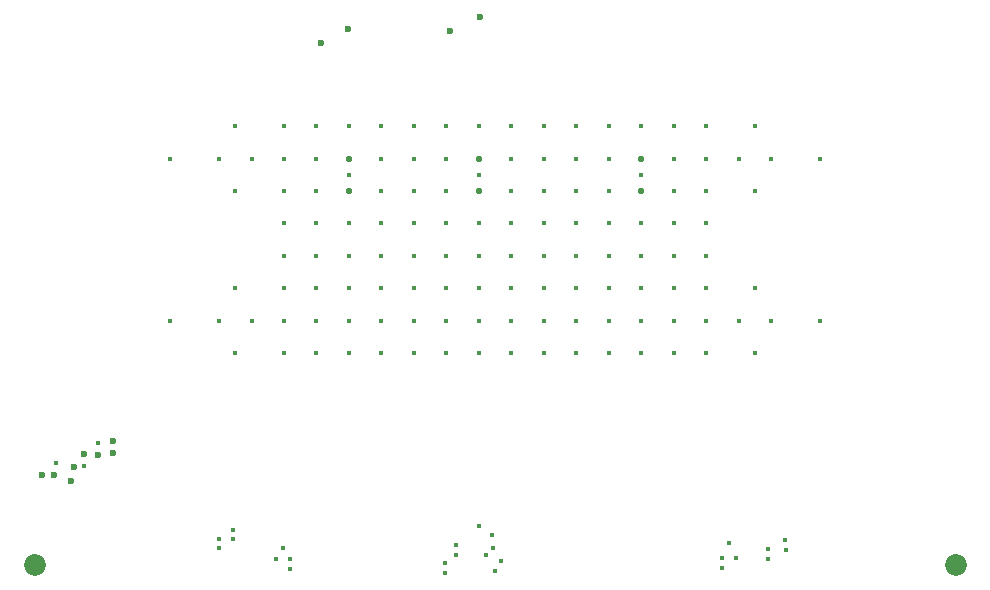
<source format=gbr>
*
%FSLAX26Y26*%
%MOIN*%
%ADD10C,0.015748*%
%ADD11C,0.021654*%
%ADD12C,0.023622*%
%ADD13C,0.072835*%
%IPPOS*%
%LNdrl.gbr*%
%LPD*%
G75*
G54D10*
X531589Y1591050D03*
Y1049750D03*
X693989Y1591050D03*
Y1049750D03*
X748189Y1699350D03*
Y1482850D03*
Y1158050D03*
Y941450D03*
X802289Y1591050D03*
Y1049750D03*
X910589Y1699350D03*
Y1591050D03*
Y1482850D03*
Y1374550D03*
Y1266250D03*
Y1158050D03*
Y1049750D03*
Y941450D03*
X1018789Y1699350D03*
Y1591050D03*
Y1482850D03*
Y1374550D03*
Y1266250D03*
Y1158050D03*
Y1049750D03*
Y941450D03*
X1127089Y1699350D03*
Y1374550D03*
Y1266250D03*
Y1158050D03*
Y1049750D03*
Y941450D03*
X1235389Y1699350D03*
Y1591050D03*
Y1482850D03*
Y1374550D03*
Y1266250D03*
Y1158050D03*
Y1049750D03*
Y941450D03*
X1343589Y1699350D03*
Y1591050D03*
Y1482850D03*
Y1374550D03*
Y1266250D03*
Y1158050D03*
Y1049750D03*
Y941450D03*
X1451889Y1699350D03*
Y1591050D03*
Y1482850D03*
Y1374550D03*
Y1266250D03*
Y1158050D03*
Y1049750D03*
Y941450D03*
X1560189Y1699350D03*
Y1374550D03*
Y1266250D03*
Y1158050D03*
Y1049750D03*
Y941450D03*
X1668389Y1699350D03*
Y1591050D03*
Y1482850D03*
Y1374550D03*
Y1266250D03*
Y1158050D03*
Y1049750D03*
Y941450D03*
X1776689Y1699350D03*
Y1591050D03*
Y1482850D03*
Y1374550D03*
Y1266250D03*
Y1158050D03*
Y1049750D03*
Y941450D03*
X1884989Y1699350D03*
Y1591050D03*
Y1482850D03*
Y1374550D03*
Y1266250D03*
Y1158050D03*
Y1049750D03*
Y941450D03*
X1993189Y1699350D03*
Y1591050D03*
Y1482850D03*
Y1374550D03*
Y1266250D03*
Y1158050D03*
Y1049750D03*
Y941450D03*
X2101489Y1699350D03*
Y1374550D03*
Y1266250D03*
Y1158050D03*
Y1049750D03*
Y941450D03*
X2209789Y1699350D03*
Y1591050D03*
Y1482850D03*
Y1374550D03*
Y1266250D03*
Y1158050D03*
Y1049750D03*
Y941450D03*
X2317989Y1699350D03*
Y1591050D03*
Y1482850D03*
Y1374550D03*
Y1266250D03*
Y1158050D03*
Y1049750D03*
Y941450D03*
X2426289Y1591050D03*
Y1049750D03*
X2480389Y1699350D03*
Y1482850D03*
Y1158050D03*
Y941450D03*
X2534589Y1591050D03*
Y1049750D03*
X2696989Y1591050D03*
Y1049750D03*
X149289Y576250D03*
X244289Y566250D03*
X289289Y641250D03*
X693389Y323350D03*
Y292650D03*
X740289Y323350D03*
X741089Y353350D03*
X882389Y255650D03*
X906789Y293450D03*
X930089Y255650D03*
X930389Y223350D03*
X1446289Y210250D03*
X1447389Y244250D03*
X1483989Y301750D03*
X1484389Y270250D03*
X1560289Y366250D03*
X1584789Y270250D03*
X1602289Y336250D03*
X1608289Y291850D03*
X1614289Y216050D03*
X1632289Y248550D03*
X2370189Y260750D03*
Y226550D03*
X2395389Y310350D03*
X2418589Y258450D03*
X2522989Y289150D03*
X2523789Y257250D03*
X2579289Y320650D03*
X2583189Y287550D03*
X1127089Y1536950D03*
X1560189D03*
X2101489D03*
G54D11*
X1127089Y1591050D03*
Y1482850D03*
X1560189Y1591050D03*
Y1482850D03*
X2101489Y1591050D03*
Y1482850D03*
G54D12*
X104289Y536250D03*
X144289D03*
X199289Y516250D03*
X209289Y561250D03*
X244289Y606250D03*
X289289Y601250D03*
X339089Y648550D03*
X341489Y608850D03*
X1034289Y1976250D03*
X1124289Y2021250D03*
X1464289Y2016250D03*
X1564289Y2061250D03*
G54D13*
X78889Y236150D03*
X3149689D03*
M02*

</source>
